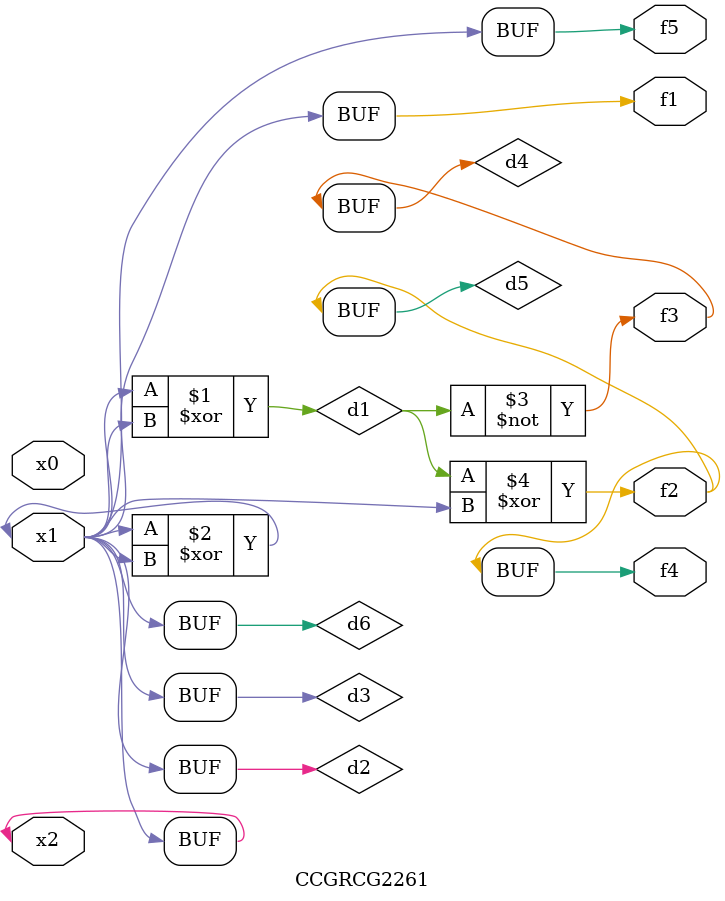
<source format=v>
module CCGRCG2261(
	input x0, x1, x2,
	output f1, f2, f3, f4, f5
);

	wire d1, d2, d3, d4, d5, d6;

	xor (d1, x1, x2);
	buf (d2, x1, x2);
	xor (d3, x1, x2);
	nor (d4, d1);
	xor (d5, d1, d2);
	buf (d6, d2, d3);
	assign f1 = d6;
	assign f2 = d5;
	assign f3 = d4;
	assign f4 = d5;
	assign f5 = d6;
endmodule

</source>
